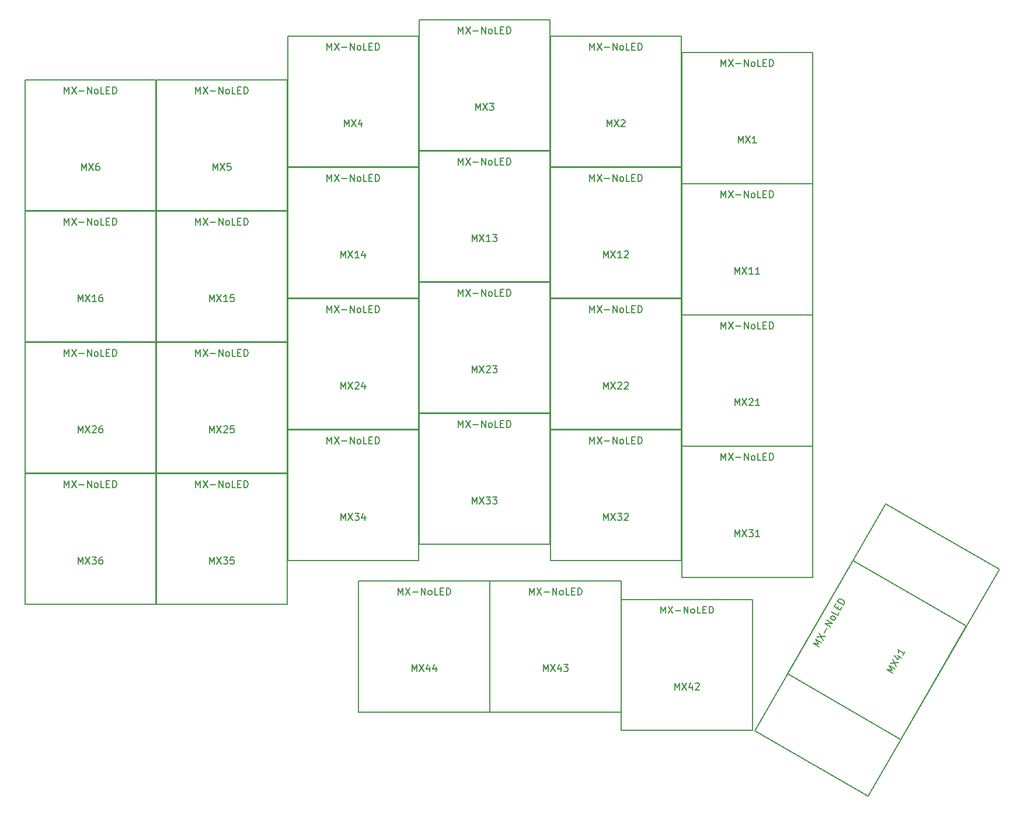
<source format=gbr>
%TF.GenerationSoftware,KiCad,Pcbnew,(5.1.9-0-10_14)*%
%TF.CreationDate,2021-09-05T15:48:43-05:00*%
%TF.ProjectId,wren-plain,7772656e-2d70-46c6-9169-6e2e6b696361,rev?*%
%TF.SameCoordinates,Original*%
%TF.FileFunction,OtherDrawing,Comment*%
%FSLAX46Y46*%
G04 Gerber Fmt 4.6, Leading zero omitted, Abs format (unit mm)*
G04 Created by KiCad (PCBNEW (5.1.9-0-10_14)) date 2021-09-05 15:48:43*
%MOMM*%
%LPD*%
G01*
G04 APERTURE LIST*
%ADD10C,0.150000*%
G04 APERTURE END LIST*
D10*
%TO.C,REF\u002A\u002A*%
X257211241Y-98055267D02*
X238211241Y-130964233D01*
X240756759Y-88555267D02*
X257211241Y-98055267D01*
X221756759Y-121464233D02*
X240756759Y-88555267D01*
X238211241Y-130964233D02*
X221756759Y-121464233D01*
%TO.C,MX6*%
X115912500Y-27012500D02*
X134912500Y-27012500D01*
X115912500Y-46012500D02*
X115912500Y-27012500D01*
X134912500Y-46012500D02*
X115912500Y-46012500D01*
X134912500Y-27012500D02*
X134912500Y-46012500D01*
%TO.C,MX36*%
X115912500Y-84162500D02*
X134912500Y-84162500D01*
X115912500Y-103162500D02*
X115912500Y-84162500D01*
X134912500Y-103162500D02*
X115912500Y-103162500D01*
X134912500Y-84162500D02*
X134912500Y-103162500D01*
%TO.C,MX41*%
X226506759Y-113236991D02*
X236006759Y-96782509D01*
X242961241Y-122736991D02*
X226506759Y-113236991D01*
X252461241Y-106282509D02*
X242961241Y-122736991D01*
X236006759Y-96782509D02*
X252461241Y-106282509D01*
%TO.C,MX15*%
X134962500Y-46062500D02*
X153962500Y-46062500D01*
X134962500Y-65062500D02*
X134962500Y-46062500D01*
X153962500Y-65062500D02*
X134962500Y-65062500D01*
X153962500Y-46062500D02*
X153962500Y-65062500D01*
%TO.C,MX44*%
X164325000Y-99751750D02*
X183325000Y-99751750D01*
X164325000Y-118751750D02*
X164325000Y-99751750D01*
X183325000Y-118751750D02*
X164325000Y-118751750D01*
X183325000Y-99751750D02*
X183325000Y-118751750D01*
%TO.C,MX43*%
X183375000Y-99751750D02*
X202375000Y-99751750D01*
X183375000Y-118751750D02*
X183375000Y-99751750D01*
X202375000Y-118751750D02*
X183375000Y-118751750D01*
X202375000Y-99751750D02*
X202375000Y-118751750D01*
%TO.C,MX42*%
X202425000Y-102418750D02*
X221425000Y-102418750D01*
X202425000Y-121418750D02*
X202425000Y-102418750D01*
X221425000Y-121418750D02*
X202425000Y-121418750D01*
X221425000Y-102418750D02*
X221425000Y-121418750D01*
%TO.C,MX35*%
X134962500Y-84162500D02*
X153962500Y-84162500D01*
X134962500Y-103162500D02*
X134962500Y-84162500D01*
X153962500Y-103162500D02*
X134962500Y-103162500D01*
X153962500Y-84162500D02*
X153962500Y-103162500D01*
%TO.C,MX34*%
X154012500Y-77812500D02*
X173012500Y-77812500D01*
X154012500Y-96812500D02*
X154012500Y-77812500D01*
X173012500Y-96812500D02*
X154012500Y-96812500D01*
X173012500Y-77812500D02*
X173012500Y-96812500D01*
%TO.C,MX33*%
X173062500Y-75431250D02*
X192062500Y-75431250D01*
X173062500Y-94431250D02*
X173062500Y-75431250D01*
X192062500Y-94431250D02*
X173062500Y-94431250D01*
X192062500Y-75431250D02*
X192062500Y-94431250D01*
%TO.C,MX32*%
X192112500Y-77812500D02*
X211112500Y-77812500D01*
X192112500Y-96812500D02*
X192112500Y-77812500D01*
X211112500Y-96812500D02*
X192112500Y-96812500D01*
X211112500Y-77812500D02*
X211112500Y-96812500D01*
%TO.C,MX31*%
X211162500Y-80193750D02*
X230162500Y-80193750D01*
X211162500Y-99193750D02*
X211162500Y-80193750D01*
X230162500Y-99193750D02*
X211162500Y-99193750D01*
X230162500Y-80193750D02*
X230162500Y-99193750D01*
%TO.C,MX26*%
X115912500Y-65112500D02*
X134912500Y-65112500D01*
X115912500Y-84112500D02*
X115912500Y-65112500D01*
X134912500Y-84112500D02*
X115912500Y-84112500D01*
X134912500Y-65112500D02*
X134912500Y-84112500D01*
%TO.C,MX25*%
X134962500Y-65112500D02*
X153962500Y-65112500D01*
X134962500Y-84112500D02*
X134962500Y-65112500D01*
X153962500Y-84112500D02*
X134962500Y-84112500D01*
X153962500Y-65112500D02*
X153962500Y-84112500D01*
%TO.C,MX24*%
X154012500Y-58762500D02*
X173012500Y-58762500D01*
X154012500Y-77762500D02*
X154012500Y-58762500D01*
X173012500Y-77762500D02*
X154012500Y-77762500D01*
X173012500Y-58762500D02*
X173012500Y-77762500D01*
%TO.C,MX23*%
X173062500Y-56381250D02*
X192062500Y-56381250D01*
X173062500Y-75381250D02*
X173062500Y-56381250D01*
X192062500Y-75381250D02*
X173062500Y-75381250D01*
X192062500Y-56381250D02*
X192062500Y-75381250D01*
%TO.C,MX22*%
X192112500Y-58762500D02*
X211112500Y-58762500D01*
X192112500Y-77762500D02*
X192112500Y-58762500D01*
X211112500Y-77762500D02*
X192112500Y-77762500D01*
X211112500Y-58762500D02*
X211112500Y-77762500D01*
%TO.C,MX21*%
X211162500Y-61143750D02*
X230162500Y-61143750D01*
X211162500Y-80143750D02*
X211162500Y-61143750D01*
X230162500Y-80143750D02*
X211162500Y-80143750D01*
X230162500Y-61143750D02*
X230162500Y-80143750D01*
%TO.C,MX16*%
X115912500Y-46062500D02*
X134912500Y-46062500D01*
X115912500Y-65062500D02*
X115912500Y-46062500D01*
X134912500Y-65062500D02*
X115912500Y-65062500D01*
X134912500Y-46062500D02*
X134912500Y-65062500D01*
%TO.C,MX14*%
X154012500Y-39712500D02*
X173012500Y-39712500D01*
X154012500Y-58712500D02*
X154012500Y-39712500D01*
X173012500Y-58712500D02*
X154012500Y-58712500D01*
X173012500Y-39712500D02*
X173012500Y-58712500D01*
%TO.C,MX13*%
X173062500Y-37331250D02*
X192062500Y-37331250D01*
X173062500Y-56331250D02*
X173062500Y-37331250D01*
X192062500Y-56331250D02*
X173062500Y-56331250D01*
X192062500Y-37331250D02*
X192062500Y-56331250D01*
%TO.C,MX12*%
X192112500Y-39712500D02*
X211112500Y-39712500D01*
X192112500Y-58712500D02*
X192112500Y-39712500D01*
X211112500Y-58712500D02*
X192112500Y-58712500D01*
X211112500Y-39712500D02*
X211112500Y-58712500D01*
%TO.C,MX11*%
X211162500Y-42093750D02*
X230162500Y-42093750D01*
X211162500Y-61093750D02*
X211162500Y-42093750D01*
X230162500Y-61093750D02*
X211162500Y-61093750D01*
X230162500Y-42093750D02*
X230162500Y-61093750D01*
%TO.C,MX5*%
X134962500Y-27012500D02*
X153962500Y-27012500D01*
X134962500Y-46012500D02*
X134962500Y-27012500D01*
X153962500Y-46012500D02*
X134962500Y-46012500D01*
X153962500Y-27012500D02*
X153962500Y-46012500D01*
%TO.C,MX4*%
X154012500Y-20662500D02*
X173012500Y-20662500D01*
X154012500Y-39662500D02*
X154012500Y-20662500D01*
X173012500Y-39662500D02*
X154012500Y-39662500D01*
X173012500Y-20662500D02*
X173012500Y-39662500D01*
%TO.C,MX3*%
X173062500Y-18281250D02*
X192062500Y-18281250D01*
X173062500Y-37281250D02*
X173062500Y-18281250D01*
X192062500Y-37281250D02*
X173062500Y-37281250D01*
X192062500Y-18281250D02*
X192062500Y-37281250D01*
%TO.C,MX2*%
X192112500Y-20662500D02*
X211112500Y-20662500D01*
X192112500Y-39662500D02*
X192112500Y-20662500D01*
X211112500Y-39662500D02*
X192112500Y-39662500D01*
X211112500Y-20662500D02*
X211112500Y-39662500D01*
%TO.C,MX1*%
X211162500Y-23043750D02*
X230162500Y-23043750D01*
X211162500Y-42043750D02*
X211162500Y-23043750D01*
X230162500Y-42043750D02*
X211162500Y-42043750D01*
X230162500Y-23043750D02*
X230162500Y-42043750D01*
%TD*%
%TO.C,MX6*%
X124126785Y-40139880D02*
X124126785Y-39139880D01*
X124460119Y-39854166D01*
X124793452Y-39139880D01*
X124793452Y-40139880D01*
X125174404Y-39139880D02*
X125841071Y-40139880D01*
X125841071Y-39139880D02*
X125174404Y-40139880D01*
X126650595Y-39139880D02*
X126460119Y-39139880D01*
X126364880Y-39187500D01*
X126317261Y-39235119D01*
X126222023Y-39377976D01*
X126174404Y-39568452D01*
X126174404Y-39949404D01*
X126222023Y-40044642D01*
X126269642Y-40092261D01*
X126364880Y-40139880D01*
X126555357Y-40139880D01*
X126650595Y-40092261D01*
X126698214Y-40044642D01*
X126745833Y-39949404D01*
X126745833Y-39711309D01*
X126698214Y-39616071D01*
X126650595Y-39568452D01*
X126555357Y-39520833D01*
X126364880Y-39520833D01*
X126269642Y-39568452D01*
X126222023Y-39616071D01*
X126174404Y-39711309D01*
X121650595Y-29027380D02*
X121650595Y-28027380D01*
X121983928Y-28741666D01*
X122317261Y-28027380D01*
X122317261Y-29027380D01*
X122698214Y-28027380D02*
X123364880Y-29027380D01*
X123364880Y-28027380D02*
X122698214Y-29027380D01*
X123745833Y-28646428D02*
X124507738Y-28646428D01*
X124983928Y-29027380D02*
X124983928Y-28027380D01*
X125555357Y-29027380D01*
X125555357Y-28027380D01*
X126174404Y-29027380D02*
X126079166Y-28979761D01*
X126031547Y-28932142D01*
X125983928Y-28836904D01*
X125983928Y-28551190D01*
X126031547Y-28455952D01*
X126079166Y-28408333D01*
X126174404Y-28360714D01*
X126317261Y-28360714D01*
X126412500Y-28408333D01*
X126460119Y-28455952D01*
X126507738Y-28551190D01*
X126507738Y-28836904D01*
X126460119Y-28932142D01*
X126412500Y-28979761D01*
X126317261Y-29027380D01*
X126174404Y-29027380D01*
X127412500Y-29027380D02*
X126936309Y-29027380D01*
X126936309Y-28027380D01*
X127745833Y-28503571D02*
X128079166Y-28503571D01*
X128222023Y-29027380D02*
X127745833Y-29027380D01*
X127745833Y-28027380D01*
X128222023Y-28027380D01*
X128650595Y-29027380D02*
X128650595Y-28027380D01*
X128888690Y-28027380D01*
X129031547Y-28075000D01*
X129126785Y-28170238D01*
X129174404Y-28265476D01*
X129222023Y-28455952D01*
X129222023Y-28598809D01*
X129174404Y-28789285D01*
X129126785Y-28884523D01*
X129031547Y-28979761D01*
X128888690Y-29027380D01*
X128650595Y-29027380D01*
%TO.C,MX36*%
X123650595Y-97289880D02*
X123650595Y-96289880D01*
X123983928Y-97004166D01*
X124317261Y-96289880D01*
X124317261Y-97289880D01*
X124698214Y-96289880D02*
X125364880Y-97289880D01*
X125364880Y-96289880D02*
X124698214Y-97289880D01*
X125650595Y-96289880D02*
X126269642Y-96289880D01*
X125936309Y-96670833D01*
X126079166Y-96670833D01*
X126174404Y-96718452D01*
X126222023Y-96766071D01*
X126269642Y-96861309D01*
X126269642Y-97099404D01*
X126222023Y-97194642D01*
X126174404Y-97242261D01*
X126079166Y-97289880D01*
X125793452Y-97289880D01*
X125698214Y-97242261D01*
X125650595Y-97194642D01*
X127126785Y-96289880D02*
X126936309Y-96289880D01*
X126841071Y-96337500D01*
X126793452Y-96385119D01*
X126698214Y-96527976D01*
X126650595Y-96718452D01*
X126650595Y-97099404D01*
X126698214Y-97194642D01*
X126745833Y-97242261D01*
X126841071Y-97289880D01*
X127031547Y-97289880D01*
X127126785Y-97242261D01*
X127174404Y-97194642D01*
X127222023Y-97099404D01*
X127222023Y-96861309D01*
X127174404Y-96766071D01*
X127126785Y-96718452D01*
X127031547Y-96670833D01*
X126841071Y-96670833D01*
X126745833Y-96718452D01*
X126698214Y-96766071D01*
X126650595Y-96861309D01*
X121650595Y-86177380D02*
X121650595Y-85177380D01*
X121983928Y-85891666D01*
X122317261Y-85177380D01*
X122317261Y-86177380D01*
X122698214Y-85177380D02*
X123364880Y-86177380D01*
X123364880Y-85177380D02*
X122698214Y-86177380D01*
X123745833Y-85796428D02*
X124507738Y-85796428D01*
X124983928Y-86177380D02*
X124983928Y-85177380D01*
X125555357Y-86177380D01*
X125555357Y-85177380D01*
X126174404Y-86177380D02*
X126079166Y-86129761D01*
X126031547Y-86082142D01*
X125983928Y-85986904D01*
X125983928Y-85701190D01*
X126031547Y-85605952D01*
X126079166Y-85558333D01*
X126174404Y-85510714D01*
X126317261Y-85510714D01*
X126412500Y-85558333D01*
X126460119Y-85605952D01*
X126507738Y-85701190D01*
X126507738Y-85986904D01*
X126460119Y-86082142D01*
X126412500Y-86129761D01*
X126317261Y-86177380D01*
X126174404Y-86177380D01*
X127412500Y-86177380D02*
X126936309Y-86177380D01*
X126936309Y-85177380D01*
X127745833Y-85653571D02*
X128079166Y-85653571D01*
X128222023Y-86177380D02*
X127745833Y-86177380D01*
X127745833Y-85177380D01*
X128222023Y-85177380D01*
X128650595Y-86177380D02*
X128650595Y-85177380D01*
X128888690Y-85177380D01*
X129031547Y-85225000D01*
X129126785Y-85320238D01*
X129174404Y-85415476D01*
X129222023Y-85605952D01*
X129222023Y-85748809D01*
X129174404Y-85939285D01*
X129126785Y-86034523D01*
X129031547Y-86129761D01*
X128888690Y-86177380D01*
X128650595Y-86177380D01*
%TO.C,MX41*%
X241744452Y-113099294D02*
X240878426Y-112599294D01*
X241663682Y-112667762D01*
X241211759Y-112021944D01*
X242077785Y-112521944D01*
X241402236Y-111692030D02*
X242601594Y-111614679D01*
X241735569Y-111114679D02*
X242268261Y-112192030D01*
X242429006Y-110580278D02*
X243006356Y-110913611D01*
X241980044Y-110595998D02*
X242479586Y-111159337D01*
X242789110Y-110623227D01*
X243530166Y-110006346D02*
X243244452Y-110501218D01*
X243387309Y-110253782D02*
X242521283Y-109753782D01*
X242597382Y-109907689D01*
X242632242Y-110037787D01*
X242625862Y-110144075D01*
X231120744Y-109275095D02*
X230254718Y-108775095D01*
X231039974Y-108843563D01*
X230588051Y-108197745D01*
X231454077Y-108697745D01*
X230778528Y-107867830D02*
X231977886Y-107790480D01*
X231111861Y-107290480D02*
X231644553Y-108367830D01*
X231838448Y-107270089D02*
X232219401Y-106610261D01*
X232787410Y-106388344D02*
X231921385Y-105888344D01*
X233073124Y-105893472D01*
X232207099Y-105393472D01*
X233382648Y-105357361D02*
X233293790Y-105416030D01*
X233228741Y-105433460D01*
X233122453Y-105427080D01*
X232875017Y-105284223D01*
X232816348Y-105195365D01*
X232798918Y-105130316D01*
X232805298Y-105024028D01*
X232876727Y-104900310D01*
X232965585Y-104841641D01*
X233030634Y-104824211D01*
X233136922Y-104830591D01*
X233384358Y-104973448D01*
X233443027Y-105062306D01*
X233460457Y-105127355D01*
X233454077Y-105233643D01*
X233382648Y-105357361D01*
X234001696Y-104285139D02*
X233763601Y-104697532D01*
X232897575Y-104197532D01*
X233714730Y-103734559D02*
X233881397Y-103445884D01*
X234406458Y-103584071D02*
X234168363Y-103996464D01*
X233302337Y-103496464D01*
X233540432Y-103084071D01*
X234620744Y-103212917D02*
X233754718Y-102712917D01*
X233873766Y-102506721D01*
X233986434Y-102406812D01*
X234116531Y-102371953D01*
X234222819Y-102378333D01*
X234411586Y-102432331D01*
X234535304Y-102503760D01*
X234676452Y-102640237D01*
X234735121Y-102729096D01*
X234769980Y-102859193D01*
X234739791Y-103006721D01*
X234620744Y-103212917D01*
%TO.C,MX15*%
X142700595Y-59189880D02*
X142700595Y-58189880D01*
X143033928Y-58904166D01*
X143367261Y-58189880D01*
X143367261Y-59189880D01*
X143748214Y-58189880D02*
X144414880Y-59189880D01*
X144414880Y-58189880D02*
X143748214Y-59189880D01*
X145319642Y-59189880D02*
X144748214Y-59189880D01*
X145033928Y-59189880D02*
X145033928Y-58189880D01*
X144938690Y-58332738D01*
X144843452Y-58427976D01*
X144748214Y-58475595D01*
X146224404Y-58189880D02*
X145748214Y-58189880D01*
X145700595Y-58666071D01*
X145748214Y-58618452D01*
X145843452Y-58570833D01*
X146081547Y-58570833D01*
X146176785Y-58618452D01*
X146224404Y-58666071D01*
X146272023Y-58761309D01*
X146272023Y-58999404D01*
X146224404Y-59094642D01*
X146176785Y-59142261D01*
X146081547Y-59189880D01*
X145843452Y-59189880D01*
X145748214Y-59142261D01*
X145700595Y-59094642D01*
X140700595Y-48077380D02*
X140700595Y-47077380D01*
X141033928Y-47791666D01*
X141367261Y-47077380D01*
X141367261Y-48077380D01*
X141748214Y-47077380D02*
X142414880Y-48077380D01*
X142414880Y-47077380D02*
X141748214Y-48077380D01*
X142795833Y-47696428D02*
X143557738Y-47696428D01*
X144033928Y-48077380D02*
X144033928Y-47077380D01*
X144605357Y-48077380D01*
X144605357Y-47077380D01*
X145224404Y-48077380D02*
X145129166Y-48029761D01*
X145081547Y-47982142D01*
X145033928Y-47886904D01*
X145033928Y-47601190D01*
X145081547Y-47505952D01*
X145129166Y-47458333D01*
X145224404Y-47410714D01*
X145367261Y-47410714D01*
X145462500Y-47458333D01*
X145510119Y-47505952D01*
X145557738Y-47601190D01*
X145557738Y-47886904D01*
X145510119Y-47982142D01*
X145462500Y-48029761D01*
X145367261Y-48077380D01*
X145224404Y-48077380D01*
X146462500Y-48077380D02*
X145986309Y-48077380D01*
X145986309Y-47077380D01*
X146795833Y-47553571D02*
X147129166Y-47553571D01*
X147272023Y-48077380D02*
X146795833Y-48077380D01*
X146795833Y-47077380D01*
X147272023Y-47077380D01*
X147700595Y-48077380D02*
X147700595Y-47077380D01*
X147938690Y-47077380D01*
X148081547Y-47125000D01*
X148176785Y-47220238D01*
X148224404Y-47315476D01*
X148272023Y-47505952D01*
X148272023Y-47648809D01*
X148224404Y-47839285D01*
X148176785Y-47934523D01*
X148081547Y-48029761D01*
X147938690Y-48077380D01*
X147700595Y-48077380D01*
%TO.C,MX44*%
X172063095Y-112879130D02*
X172063095Y-111879130D01*
X172396428Y-112593416D01*
X172729761Y-111879130D01*
X172729761Y-112879130D01*
X173110714Y-111879130D02*
X173777380Y-112879130D01*
X173777380Y-111879130D02*
X173110714Y-112879130D01*
X174586904Y-112212464D02*
X174586904Y-112879130D01*
X174348809Y-111831511D02*
X174110714Y-112545797D01*
X174729761Y-112545797D01*
X175539285Y-112212464D02*
X175539285Y-112879130D01*
X175301190Y-111831511D02*
X175063095Y-112545797D01*
X175682142Y-112545797D01*
X170063095Y-101766630D02*
X170063095Y-100766630D01*
X170396428Y-101480916D01*
X170729761Y-100766630D01*
X170729761Y-101766630D01*
X171110714Y-100766630D02*
X171777380Y-101766630D01*
X171777380Y-100766630D02*
X171110714Y-101766630D01*
X172158333Y-101385678D02*
X172920238Y-101385678D01*
X173396428Y-101766630D02*
X173396428Y-100766630D01*
X173967857Y-101766630D01*
X173967857Y-100766630D01*
X174586904Y-101766630D02*
X174491666Y-101719011D01*
X174444047Y-101671392D01*
X174396428Y-101576154D01*
X174396428Y-101290440D01*
X174444047Y-101195202D01*
X174491666Y-101147583D01*
X174586904Y-101099964D01*
X174729761Y-101099964D01*
X174825000Y-101147583D01*
X174872619Y-101195202D01*
X174920238Y-101290440D01*
X174920238Y-101576154D01*
X174872619Y-101671392D01*
X174825000Y-101719011D01*
X174729761Y-101766630D01*
X174586904Y-101766630D01*
X175825000Y-101766630D02*
X175348809Y-101766630D01*
X175348809Y-100766630D01*
X176158333Y-101242821D02*
X176491666Y-101242821D01*
X176634523Y-101766630D02*
X176158333Y-101766630D01*
X176158333Y-100766630D01*
X176634523Y-100766630D01*
X177063095Y-101766630D02*
X177063095Y-100766630D01*
X177301190Y-100766630D01*
X177444047Y-100814250D01*
X177539285Y-100909488D01*
X177586904Y-101004726D01*
X177634523Y-101195202D01*
X177634523Y-101338059D01*
X177586904Y-101528535D01*
X177539285Y-101623773D01*
X177444047Y-101719011D01*
X177301190Y-101766630D01*
X177063095Y-101766630D01*
%TO.C,MX43*%
X191113095Y-112879130D02*
X191113095Y-111879130D01*
X191446428Y-112593416D01*
X191779761Y-111879130D01*
X191779761Y-112879130D01*
X192160714Y-111879130D02*
X192827380Y-112879130D01*
X192827380Y-111879130D02*
X192160714Y-112879130D01*
X193636904Y-112212464D02*
X193636904Y-112879130D01*
X193398809Y-111831511D02*
X193160714Y-112545797D01*
X193779761Y-112545797D01*
X194065476Y-111879130D02*
X194684523Y-111879130D01*
X194351190Y-112260083D01*
X194494047Y-112260083D01*
X194589285Y-112307702D01*
X194636904Y-112355321D01*
X194684523Y-112450559D01*
X194684523Y-112688654D01*
X194636904Y-112783892D01*
X194589285Y-112831511D01*
X194494047Y-112879130D01*
X194208333Y-112879130D01*
X194113095Y-112831511D01*
X194065476Y-112783892D01*
X189113095Y-101766630D02*
X189113095Y-100766630D01*
X189446428Y-101480916D01*
X189779761Y-100766630D01*
X189779761Y-101766630D01*
X190160714Y-100766630D02*
X190827380Y-101766630D01*
X190827380Y-100766630D02*
X190160714Y-101766630D01*
X191208333Y-101385678D02*
X191970238Y-101385678D01*
X192446428Y-101766630D02*
X192446428Y-100766630D01*
X193017857Y-101766630D01*
X193017857Y-100766630D01*
X193636904Y-101766630D02*
X193541666Y-101719011D01*
X193494047Y-101671392D01*
X193446428Y-101576154D01*
X193446428Y-101290440D01*
X193494047Y-101195202D01*
X193541666Y-101147583D01*
X193636904Y-101099964D01*
X193779761Y-101099964D01*
X193875000Y-101147583D01*
X193922619Y-101195202D01*
X193970238Y-101290440D01*
X193970238Y-101576154D01*
X193922619Y-101671392D01*
X193875000Y-101719011D01*
X193779761Y-101766630D01*
X193636904Y-101766630D01*
X194875000Y-101766630D02*
X194398809Y-101766630D01*
X194398809Y-100766630D01*
X195208333Y-101242821D02*
X195541666Y-101242821D01*
X195684523Y-101766630D02*
X195208333Y-101766630D01*
X195208333Y-100766630D01*
X195684523Y-100766630D01*
X196113095Y-101766630D02*
X196113095Y-100766630D01*
X196351190Y-100766630D01*
X196494047Y-100814250D01*
X196589285Y-100909488D01*
X196636904Y-101004726D01*
X196684523Y-101195202D01*
X196684523Y-101338059D01*
X196636904Y-101528535D01*
X196589285Y-101623773D01*
X196494047Y-101719011D01*
X196351190Y-101766630D01*
X196113095Y-101766630D01*
%TO.C,MX42*%
X210163095Y-115546130D02*
X210163095Y-114546130D01*
X210496428Y-115260416D01*
X210829761Y-114546130D01*
X210829761Y-115546130D01*
X211210714Y-114546130D02*
X211877380Y-115546130D01*
X211877380Y-114546130D02*
X211210714Y-115546130D01*
X212686904Y-114879464D02*
X212686904Y-115546130D01*
X212448809Y-114498511D02*
X212210714Y-115212797D01*
X212829761Y-115212797D01*
X213163095Y-114641369D02*
X213210714Y-114593750D01*
X213305952Y-114546130D01*
X213544047Y-114546130D01*
X213639285Y-114593750D01*
X213686904Y-114641369D01*
X213734523Y-114736607D01*
X213734523Y-114831845D01*
X213686904Y-114974702D01*
X213115476Y-115546130D01*
X213734523Y-115546130D01*
X208163095Y-104433630D02*
X208163095Y-103433630D01*
X208496428Y-104147916D01*
X208829761Y-103433630D01*
X208829761Y-104433630D01*
X209210714Y-103433630D02*
X209877380Y-104433630D01*
X209877380Y-103433630D02*
X209210714Y-104433630D01*
X210258333Y-104052678D02*
X211020238Y-104052678D01*
X211496428Y-104433630D02*
X211496428Y-103433630D01*
X212067857Y-104433630D01*
X212067857Y-103433630D01*
X212686904Y-104433630D02*
X212591666Y-104386011D01*
X212544047Y-104338392D01*
X212496428Y-104243154D01*
X212496428Y-103957440D01*
X212544047Y-103862202D01*
X212591666Y-103814583D01*
X212686904Y-103766964D01*
X212829761Y-103766964D01*
X212925000Y-103814583D01*
X212972619Y-103862202D01*
X213020238Y-103957440D01*
X213020238Y-104243154D01*
X212972619Y-104338392D01*
X212925000Y-104386011D01*
X212829761Y-104433630D01*
X212686904Y-104433630D01*
X213925000Y-104433630D02*
X213448809Y-104433630D01*
X213448809Y-103433630D01*
X214258333Y-103909821D02*
X214591666Y-103909821D01*
X214734523Y-104433630D02*
X214258333Y-104433630D01*
X214258333Y-103433630D01*
X214734523Y-103433630D01*
X215163095Y-104433630D02*
X215163095Y-103433630D01*
X215401190Y-103433630D01*
X215544047Y-103481250D01*
X215639285Y-103576488D01*
X215686904Y-103671726D01*
X215734523Y-103862202D01*
X215734523Y-104005059D01*
X215686904Y-104195535D01*
X215639285Y-104290773D01*
X215544047Y-104386011D01*
X215401190Y-104433630D01*
X215163095Y-104433630D01*
%TO.C,MX35*%
X142700595Y-97289880D02*
X142700595Y-96289880D01*
X143033928Y-97004166D01*
X143367261Y-96289880D01*
X143367261Y-97289880D01*
X143748214Y-96289880D02*
X144414880Y-97289880D01*
X144414880Y-96289880D02*
X143748214Y-97289880D01*
X144700595Y-96289880D02*
X145319642Y-96289880D01*
X144986309Y-96670833D01*
X145129166Y-96670833D01*
X145224404Y-96718452D01*
X145272023Y-96766071D01*
X145319642Y-96861309D01*
X145319642Y-97099404D01*
X145272023Y-97194642D01*
X145224404Y-97242261D01*
X145129166Y-97289880D01*
X144843452Y-97289880D01*
X144748214Y-97242261D01*
X144700595Y-97194642D01*
X146224404Y-96289880D02*
X145748214Y-96289880D01*
X145700595Y-96766071D01*
X145748214Y-96718452D01*
X145843452Y-96670833D01*
X146081547Y-96670833D01*
X146176785Y-96718452D01*
X146224404Y-96766071D01*
X146272023Y-96861309D01*
X146272023Y-97099404D01*
X146224404Y-97194642D01*
X146176785Y-97242261D01*
X146081547Y-97289880D01*
X145843452Y-97289880D01*
X145748214Y-97242261D01*
X145700595Y-97194642D01*
X140700595Y-86177380D02*
X140700595Y-85177380D01*
X141033928Y-85891666D01*
X141367261Y-85177380D01*
X141367261Y-86177380D01*
X141748214Y-85177380D02*
X142414880Y-86177380D01*
X142414880Y-85177380D02*
X141748214Y-86177380D01*
X142795833Y-85796428D02*
X143557738Y-85796428D01*
X144033928Y-86177380D02*
X144033928Y-85177380D01*
X144605357Y-86177380D01*
X144605357Y-85177380D01*
X145224404Y-86177380D02*
X145129166Y-86129761D01*
X145081547Y-86082142D01*
X145033928Y-85986904D01*
X145033928Y-85701190D01*
X145081547Y-85605952D01*
X145129166Y-85558333D01*
X145224404Y-85510714D01*
X145367261Y-85510714D01*
X145462500Y-85558333D01*
X145510119Y-85605952D01*
X145557738Y-85701190D01*
X145557738Y-85986904D01*
X145510119Y-86082142D01*
X145462500Y-86129761D01*
X145367261Y-86177380D01*
X145224404Y-86177380D01*
X146462500Y-86177380D02*
X145986309Y-86177380D01*
X145986309Y-85177380D01*
X146795833Y-85653571D02*
X147129166Y-85653571D01*
X147272023Y-86177380D02*
X146795833Y-86177380D01*
X146795833Y-85177380D01*
X147272023Y-85177380D01*
X147700595Y-86177380D02*
X147700595Y-85177380D01*
X147938690Y-85177380D01*
X148081547Y-85225000D01*
X148176785Y-85320238D01*
X148224404Y-85415476D01*
X148272023Y-85605952D01*
X148272023Y-85748809D01*
X148224404Y-85939285D01*
X148176785Y-86034523D01*
X148081547Y-86129761D01*
X147938690Y-86177380D01*
X147700595Y-86177380D01*
%TO.C,MX34*%
X161750595Y-90939880D02*
X161750595Y-89939880D01*
X162083928Y-90654166D01*
X162417261Y-89939880D01*
X162417261Y-90939880D01*
X162798214Y-89939880D02*
X163464880Y-90939880D01*
X163464880Y-89939880D02*
X162798214Y-90939880D01*
X163750595Y-89939880D02*
X164369642Y-89939880D01*
X164036309Y-90320833D01*
X164179166Y-90320833D01*
X164274404Y-90368452D01*
X164322023Y-90416071D01*
X164369642Y-90511309D01*
X164369642Y-90749404D01*
X164322023Y-90844642D01*
X164274404Y-90892261D01*
X164179166Y-90939880D01*
X163893452Y-90939880D01*
X163798214Y-90892261D01*
X163750595Y-90844642D01*
X165226785Y-90273214D02*
X165226785Y-90939880D01*
X164988690Y-89892261D02*
X164750595Y-90606547D01*
X165369642Y-90606547D01*
X159750595Y-79827380D02*
X159750595Y-78827380D01*
X160083928Y-79541666D01*
X160417261Y-78827380D01*
X160417261Y-79827380D01*
X160798214Y-78827380D02*
X161464880Y-79827380D01*
X161464880Y-78827380D02*
X160798214Y-79827380D01*
X161845833Y-79446428D02*
X162607738Y-79446428D01*
X163083928Y-79827380D02*
X163083928Y-78827380D01*
X163655357Y-79827380D01*
X163655357Y-78827380D01*
X164274404Y-79827380D02*
X164179166Y-79779761D01*
X164131547Y-79732142D01*
X164083928Y-79636904D01*
X164083928Y-79351190D01*
X164131547Y-79255952D01*
X164179166Y-79208333D01*
X164274404Y-79160714D01*
X164417261Y-79160714D01*
X164512500Y-79208333D01*
X164560119Y-79255952D01*
X164607738Y-79351190D01*
X164607738Y-79636904D01*
X164560119Y-79732142D01*
X164512500Y-79779761D01*
X164417261Y-79827380D01*
X164274404Y-79827380D01*
X165512500Y-79827380D02*
X165036309Y-79827380D01*
X165036309Y-78827380D01*
X165845833Y-79303571D02*
X166179166Y-79303571D01*
X166322023Y-79827380D02*
X165845833Y-79827380D01*
X165845833Y-78827380D01*
X166322023Y-78827380D01*
X166750595Y-79827380D02*
X166750595Y-78827380D01*
X166988690Y-78827380D01*
X167131547Y-78875000D01*
X167226785Y-78970238D01*
X167274404Y-79065476D01*
X167322023Y-79255952D01*
X167322023Y-79398809D01*
X167274404Y-79589285D01*
X167226785Y-79684523D01*
X167131547Y-79779761D01*
X166988690Y-79827380D01*
X166750595Y-79827380D01*
%TO.C,MX33*%
X180800595Y-88558630D02*
X180800595Y-87558630D01*
X181133928Y-88272916D01*
X181467261Y-87558630D01*
X181467261Y-88558630D01*
X181848214Y-87558630D02*
X182514880Y-88558630D01*
X182514880Y-87558630D02*
X181848214Y-88558630D01*
X182800595Y-87558630D02*
X183419642Y-87558630D01*
X183086309Y-87939583D01*
X183229166Y-87939583D01*
X183324404Y-87987202D01*
X183372023Y-88034821D01*
X183419642Y-88130059D01*
X183419642Y-88368154D01*
X183372023Y-88463392D01*
X183324404Y-88511011D01*
X183229166Y-88558630D01*
X182943452Y-88558630D01*
X182848214Y-88511011D01*
X182800595Y-88463392D01*
X183752976Y-87558630D02*
X184372023Y-87558630D01*
X184038690Y-87939583D01*
X184181547Y-87939583D01*
X184276785Y-87987202D01*
X184324404Y-88034821D01*
X184372023Y-88130059D01*
X184372023Y-88368154D01*
X184324404Y-88463392D01*
X184276785Y-88511011D01*
X184181547Y-88558630D01*
X183895833Y-88558630D01*
X183800595Y-88511011D01*
X183752976Y-88463392D01*
X178800595Y-77446130D02*
X178800595Y-76446130D01*
X179133928Y-77160416D01*
X179467261Y-76446130D01*
X179467261Y-77446130D01*
X179848214Y-76446130D02*
X180514880Y-77446130D01*
X180514880Y-76446130D02*
X179848214Y-77446130D01*
X180895833Y-77065178D02*
X181657738Y-77065178D01*
X182133928Y-77446130D02*
X182133928Y-76446130D01*
X182705357Y-77446130D01*
X182705357Y-76446130D01*
X183324404Y-77446130D02*
X183229166Y-77398511D01*
X183181547Y-77350892D01*
X183133928Y-77255654D01*
X183133928Y-76969940D01*
X183181547Y-76874702D01*
X183229166Y-76827083D01*
X183324404Y-76779464D01*
X183467261Y-76779464D01*
X183562500Y-76827083D01*
X183610119Y-76874702D01*
X183657738Y-76969940D01*
X183657738Y-77255654D01*
X183610119Y-77350892D01*
X183562500Y-77398511D01*
X183467261Y-77446130D01*
X183324404Y-77446130D01*
X184562500Y-77446130D02*
X184086309Y-77446130D01*
X184086309Y-76446130D01*
X184895833Y-76922321D02*
X185229166Y-76922321D01*
X185372023Y-77446130D02*
X184895833Y-77446130D01*
X184895833Y-76446130D01*
X185372023Y-76446130D01*
X185800595Y-77446130D02*
X185800595Y-76446130D01*
X186038690Y-76446130D01*
X186181547Y-76493750D01*
X186276785Y-76588988D01*
X186324404Y-76684226D01*
X186372023Y-76874702D01*
X186372023Y-77017559D01*
X186324404Y-77208035D01*
X186276785Y-77303273D01*
X186181547Y-77398511D01*
X186038690Y-77446130D01*
X185800595Y-77446130D01*
%TO.C,MX32*%
X199850595Y-90939880D02*
X199850595Y-89939880D01*
X200183928Y-90654166D01*
X200517261Y-89939880D01*
X200517261Y-90939880D01*
X200898214Y-89939880D02*
X201564880Y-90939880D01*
X201564880Y-89939880D02*
X200898214Y-90939880D01*
X201850595Y-89939880D02*
X202469642Y-89939880D01*
X202136309Y-90320833D01*
X202279166Y-90320833D01*
X202374404Y-90368452D01*
X202422023Y-90416071D01*
X202469642Y-90511309D01*
X202469642Y-90749404D01*
X202422023Y-90844642D01*
X202374404Y-90892261D01*
X202279166Y-90939880D01*
X201993452Y-90939880D01*
X201898214Y-90892261D01*
X201850595Y-90844642D01*
X202850595Y-90035119D02*
X202898214Y-89987500D01*
X202993452Y-89939880D01*
X203231547Y-89939880D01*
X203326785Y-89987500D01*
X203374404Y-90035119D01*
X203422023Y-90130357D01*
X203422023Y-90225595D01*
X203374404Y-90368452D01*
X202802976Y-90939880D01*
X203422023Y-90939880D01*
X197850595Y-79827380D02*
X197850595Y-78827380D01*
X198183928Y-79541666D01*
X198517261Y-78827380D01*
X198517261Y-79827380D01*
X198898214Y-78827380D02*
X199564880Y-79827380D01*
X199564880Y-78827380D02*
X198898214Y-79827380D01*
X199945833Y-79446428D02*
X200707738Y-79446428D01*
X201183928Y-79827380D02*
X201183928Y-78827380D01*
X201755357Y-79827380D01*
X201755357Y-78827380D01*
X202374404Y-79827380D02*
X202279166Y-79779761D01*
X202231547Y-79732142D01*
X202183928Y-79636904D01*
X202183928Y-79351190D01*
X202231547Y-79255952D01*
X202279166Y-79208333D01*
X202374404Y-79160714D01*
X202517261Y-79160714D01*
X202612500Y-79208333D01*
X202660119Y-79255952D01*
X202707738Y-79351190D01*
X202707738Y-79636904D01*
X202660119Y-79732142D01*
X202612500Y-79779761D01*
X202517261Y-79827380D01*
X202374404Y-79827380D01*
X203612500Y-79827380D02*
X203136309Y-79827380D01*
X203136309Y-78827380D01*
X203945833Y-79303571D02*
X204279166Y-79303571D01*
X204422023Y-79827380D02*
X203945833Y-79827380D01*
X203945833Y-78827380D01*
X204422023Y-78827380D01*
X204850595Y-79827380D02*
X204850595Y-78827380D01*
X205088690Y-78827380D01*
X205231547Y-78875000D01*
X205326785Y-78970238D01*
X205374404Y-79065476D01*
X205422023Y-79255952D01*
X205422023Y-79398809D01*
X205374404Y-79589285D01*
X205326785Y-79684523D01*
X205231547Y-79779761D01*
X205088690Y-79827380D01*
X204850595Y-79827380D01*
%TO.C,MX31*%
X218900595Y-93321130D02*
X218900595Y-92321130D01*
X219233928Y-93035416D01*
X219567261Y-92321130D01*
X219567261Y-93321130D01*
X219948214Y-92321130D02*
X220614880Y-93321130D01*
X220614880Y-92321130D02*
X219948214Y-93321130D01*
X220900595Y-92321130D02*
X221519642Y-92321130D01*
X221186309Y-92702083D01*
X221329166Y-92702083D01*
X221424404Y-92749702D01*
X221472023Y-92797321D01*
X221519642Y-92892559D01*
X221519642Y-93130654D01*
X221472023Y-93225892D01*
X221424404Y-93273511D01*
X221329166Y-93321130D01*
X221043452Y-93321130D01*
X220948214Y-93273511D01*
X220900595Y-93225892D01*
X222472023Y-93321130D02*
X221900595Y-93321130D01*
X222186309Y-93321130D02*
X222186309Y-92321130D01*
X222091071Y-92463988D01*
X221995833Y-92559226D01*
X221900595Y-92606845D01*
X216900595Y-82208630D02*
X216900595Y-81208630D01*
X217233928Y-81922916D01*
X217567261Y-81208630D01*
X217567261Y-82208630D01*
X217948214Y-81208630D02*
X218614880Y-82208630D01*
X218614880Y-81208630D02*
X217948214Y-82208630D01*
X218995833Y-81827678D02*
X219757738Y-81827678D01*
X220233928Y-82208630D02*
X220233928Y-81208630D01*
X220805357Y-82208630D01*
X220805357Y-81208630D01*
X221424404Y-82208630D02*
X221329166Y-82161011D01*
X221281547Y-82113392D01*
X221233928Y-82018154D01*
X221233928Y-81732440D01*
X221281547Y-81637202D01*
X221329166Y-81589583D01*
X221424404Y-81541964D01*
X221567261Y-81541964D01*
X221662500Y-81589583D01*
X221710119Y-81637202D01*
X221757738Y-81732440D01*
X221757738Y-82018154D01*
X221710119Y-82113392D01*
X221662500Y-82161011D01*
X221567261Y-82208630D01*
X221424404Y-82208630D01*
X222662500Y-82208630D02*
X222186309Y-82208630D01*
X222186309Y-81208630D01*
X222995833Y-81684821D02*
X223329166Y-81684821D01*
X223472023Y-82208630D02*
X222995833Y-82208630D01*
X222995833Y-81208630D01*
X223472023Y-81208630D01*
X223900595Y-82208630D02*
X223900595Y-81208630D01*
X224138690Y-81208630D01*
X224281547Y-81256250D01*
X224376785Y-81351488D01*
X224424404Y-81446726D01*
X224472023Y-81637202D01*
X224472023Y-81780059D01*
X224424404Y-81970535D01*
X224376785Y-82065773D01*
X224281547Y-82161011D01*
X224138690Y-82208630D01*
X223900595Y-82208630D01*
%TO.C,MX26*%
X123650595Y-78239880D02*
X123650595Y-77239880D01*
X123983928Y-77954166D01*
X124317261Y-77239880D01*
X124317261Y-78239880D01*
X124698214Y-77239880D02*
X125364880Y-78239880D01*
X125364880Y-77239880D02*
X124698214Y-78239880D01*
X125698214Y-77335119D02*
X125745833Y-77287500D01*
X125841071Y-77239880D01*
X126079166Y-77239880D01*
X126174404Y-77287500D01*
X126222023Y-77335119D01*
X126269642Y-77430357D01*
X126269642Y-77525595D01*
X126222023Y-77668452D01*
X125650595Y-78239880D01*
X126269642Y-78239880D01*
X127126785Y-77239880D02*
X126936309Y-77239880D01*
X126841071Y-77287500D01*
X126793452Y-77335119D01*
X126698214Y-77477976D01*
X126650595Y-77668452D01*
X126650595Y-78049404D01*
X126698214Y-78144642D01*
X126745833Y-78192261D01*
X126841071Y-78239880D01*
X127031547Y-78239880D01*
X127126785Y-78192261D01*
X127174404Y-78144642D01*
X127222023Y-78049404D01*
X127222023Y-77811309D01*
X127174404Y-77716071D01*
X127126785Y-77668452D01*
X127031547Y-77620833D01*
X126841071Y-77620833D01*
X126745833Y-77668452D01*
X126698214Y-77716071D01*
X126650595Y-77811309D01*
X121650595Y-67127380D02*
X121650595Y-66127380D01*
X121983928Y-66841666D01*
X122317261Y-66127380D01*
X122317261Y-67127380D01*
X122698214Y-66127380D02*
X123364880Y-67127380D01*
X123364880Y-66127380D02*
X122698214Y-67127380D01*
X123745833Y-66746428D02*
X124507738Y-66746428D01*
X124983928Y-67127380D02*
X124983928Y-66127380D01*
X125555357Y-67127380D01*
X125555357Y-66127380D01*
X126174404Y-67127380D02*
X126079166Y-67079761D01*
X126031547Y-67032142D01*
X125983928Y-66936904D01*
X125983928Y-66651190D01*
X126031547Y-66555952D01*
X126079166Y-66508333D01*
X126174404Y-66460714D01*
X126317261Y-66460714D01*
X126412500Y-66508333D01*
X126460119Y-66555952D01*
X126507738Y-66651190D01*
X126507738Y-66936904D01*
X126460119Y-67032142D01*
X126412500Y-67079761D01*
X126317261Y-67127380D01*
X126174404Y-67127380D01*
X127412500Y-67127380D02*
X126936309Y-67127380D01*
X126936309Y-66127380D01*
X127745833Y-66603571D02*
X128079166Y-66603571D01*
X128222023Y-67127380D02*
X127745833Y-67127380D01*
X127745833Y-66127380D01*
X128222023Y-66127380D01*
X128650595Y-67127380D02*
X128650595Y-66127380D01*
X128888690Y-66127380D01*
X129031547Y-66175000D01*
X129126785Y-66270238D01*
X129174404Y-66365476D01*
X129222023Y-66555952D01*
X129222023Y-66698809D01*
X129174404Y-66889285D01*
X129126785Y-66984523D01*
X129031547Y-67079761D01*
X128888690Y-67127380D01*
X128650595Y-67127380D01*
%TO.C,MX25*%
X142700595Y-78239880D02*
X142700595Y-77239880D01*
X143033928Y-77954166D01*
X143367261Y-77239880D01*
X143367261Y-78239880D01*
X143748214Y-77239880D02*
X144414880Y-78239880D01*
X144414880Y-77239880D02*
X143748214Y-78239880D01*
X144748214Y-77335119D02*
X144795833Y-77287500D01*
X144891071Y-77239880D01*
X145129166Y-77239880D01*
X145224404Y-77287500D01*
X145272023Y-77335119D01*
X145319642Y-77430357D01*
X145319642Y-77525595D01*
X145272023Y-77668452D01*
X144700595Y-78239880D01*
X145319642Y-78239880D01*
X146224404Y-77239880D02*
X145748214Y-77239880D01*
X145700595Y-77716071D01*
X145748214Y-77668452D01*
X145843452Y-77620833D01*
X146081547Y-77620833D01*
X146176785Y-77668452D01*
X146224404Y-77716071D01*
X146272023Y-77811309D01*
X146272023Y-78049404D01*
X146224404Y-78144642D01*
X146176785Y-78192261D01*
X146081547Y-78239880D01*
X145843452Y-78239880D01*
X145748214Y-78192261D01*
X145700595Y-78144642D01*
X140700595Y-67127380D02*
X140700595Y-66127380D01*
X141033928Y-66841666D01*
X141367261Y-66127380D01*
X141367261Y-67127380D01*
X141748214Y-66127380D02*
X142414880Y-67127380D01*
X142414880Y-66127380D02*
X141748214Y-67127380D01*
X142795833Y-66746428D02*
X143557738Y-66746428D01*
X144033928Y-67127380D02*
X144033928Y-66127380D01*
X144605357Y-67127380D01*
X144605357Y-66127380D01*
X145224404Y-67127380D02*
X145129166Y-67079761D01*
X145081547Y-67032142D01*
X145033928Y-66936904D01*
X145033928Y-66651190D01*
X145081547Y-66555952D01*
X145129166Y-66508333D01*
X145224404Y-66460714D01*
X145367261Y-66460714D01*
X145462500Y-66508333D01*
X145510119Y-66555952D01*
X145557738Y-66651190D01*
X145557738Y-66936904D01*
X145510119Y-67032142D01*
X145462500Y-67079761D01*
X145367261Y-67127380D01*
X145224404Y-67127380D01*
X146462500Y-67127380D02*
X145986309Y-67127380D01*
X145986309Y-66127380D01*
X146795833Y-66603571D02*
X147129166Y-66603571D01*
X147272023Y-67127380D02*
X146795833Y-67127380D01*
X146795833Y-66127380D01*
X147272023Y-66127380D01*
X147700595Y-67127380D02*
X147700595Y-66127380D01*
X147938690Y-66127380D01*
X148081547Y-66175000D01*
X148176785Y-66270238D01*
X148224404Y-66365476D01*
X148272023Y-66555952D01*
X148272023Y-66698809D01*
X148224404Y-66889285D01*
X148176785Y-66984523D01*
X148081547Y-67079761D01*
X147938690Y-67127380D01*
X147700595Y-67127380D01*
%TO.C,MX24*%
X161750595Y-71889880D02*
X161750595Y-70889880D01*
X162083928Y-71604166D01*
X162417261Y-70889880D01*
X162417261Y-71889880D01*
X162798214Y-70889880D02*
X163464880Y-71889880D01*
X163464880Y-70889880D02*
X162798214Y-71889880D01*
X163798214Y-70985119D02*
X163845833Y-70937500D01*
X163941071Y-70889880D01*
X164179166Y-70889880D01*
X164274404Y-70937500D01*
X164322023Y-70985119D01*
X164369642Y-71080357D01*
X164369642Y-71175595D01*
X164322023Y-71318452D01*
X163750595Y-71889880D01*
X164369642Y-71889880D01*
X165226785Y-71223214D02*
X165226785Y-71889880D01*
X164988690Y-70842261D02*
X164750595Y-71556547D01*
X165369642Y-71556547D01*
X159750595Y-60777380D02*
X159750595Y-59777380D01*
X160083928Y-60491666D01*
X160417261Y-59777380D01*
X160417261Y-60777380D01*
X160798214Y-59777380D02*
X161464880Y-60777380D01*
X161464880Y-59777380D02*
X160798214Y-60777380D01*
X161845833Y-60396428D02*
X162607738Y-60396428D01*
X163083928Y-60777380D02*
X163083928Y-59777380D01*
X163655357Y-60777380D01*
X163655357Y-59777380D01*
X164274404Y-60777380D02*
X164179166Y-60729761D01*
X164131547Y-60682142D01*
X164083928Y-60586904D01*
X164083928Y-60301190D01*
X164131547Y-60205952D01*
X164179166Y-60158333D01*
X164274404Y-60110714D01*
X164417261Y-60110714D01*
X164512500Y-60158333D01*
X164560119Y-60205952D01*
X164607738Y-60301190D01*
X164607738Y-60586904D01*
X164560119Y-60682142D01*
X164512500Y-60729761D01*
X164417261Y-60777380D01*
X164274404Y-60777380D01*
X165512500Y-60777380D02*
X165036309Y-60777380D01*
X165036309Y-59777380D01*
X165845833Y-60253571D02*
X166179166Y-60253571D01*
X166322023Y-60777380D02*
X165845833Y-60777380D01*
X165845833Y-59777380D01*
X166322023Y-59777380D01*
X166750595Y-60777380D02*
X166750595Y-59777380D01*
X166988690Y-59777380D01*
X167131547Y-59825000D01*
X167226785Y-59920238D01*
X167274404Y-60015476D01*
X167322023Y-60205952D01*
X167322023Y-60348809D01*
X167274404Y-60539285D01*
X167226785Y-60634523D01*
X167131547Y-60729761D01*
X166988690Y-60777380D01*
X166750595Y-60777380D01*
%TO.C,MX23*%
X180800595Y-69508630D02*
X180800595Y-68508630D01*
X181133928Y-69222916D01*
X181467261Y-68508630D01*
X181467261Y-69508630D01*
X181848214Y-68508630D02*
X182514880Y-69508630D01*
X182514880Y-68508630D02*
X181848214Y-69508630D01*
X182848214Y-68603869D02*
X182895833Y-68556250D01*
X182991071Y-68508630D01*
X183229166Y-68508630D01*
X183324404Y-68556250D01*
X183372023Y-68603869D01*
X183419642Y-68699107D01*
X183419642Y-68794345D01*
X183372023Y-68937202D01*
X182800595Y-69508630D01*
X183419642Y-69508630D01*
X183752976Y-68508630D02*
X184372023Y-68508630D01*
X184038690Y-68889583D01*
X184181547Y-68889583D01*
X184276785Y-68937202D01*
X184324404Y-68984821D01*
X184372023Y-69080059D01*
X184372023Y-69318154D01*
X184324404Y-69413392D01*
X184276785Y-69461011D01*
X184181547Y-69508630D01*
X183895833Y-69508630D01*
X183800595Y-69461011D01*
X183752976Y-69413392D01*
X178800595Y-58396130D02*
X178800595Y-57396130D01*
X179133928Y-58110416D01*
X179467261Y-57396130D01*
X179467261Y-58396130D01*
X179848214Y-57396130D02*
X180514880Y-58396130D01*
X180514880Y-57396130D02*
X179848214Y-58396130D01*
X180895833Y-58015178D02*
X181657738Y-58015178D01*
X182133928Y-58396130D02*
X182133928Y-57396130D01*
X182705357Y-58396130D01*
X182705357Y-57396130D01*
X183324404Y-58396130D02*
X183229166Y-58348511D01*
X183181547Y-58300892D01*
X183133928Y-58205654D01*
X183133928Y-57919940D01*
X183181547Y-57824702D01*
X183229166Y-57777083D01*
X183324404Y-57729464D01*
X183467261Y-57729464D01*
X183562500Y-57777083D01*
X183610119Y-57824702D01*
X183657738Y-57919940D01*
X183657738Y-58205654D01*
X183610119Y-58300892D01*
X183562500Y-58348511D01*
X183467261Y-58396130D01*
X183324404Y-58396130D01*
X184562500Y-58396130D02*
X184086309Y-58396130D01*
X184086309Y-57396130D01*
X184895833Y-57872321D02*
X185229166Y-57872321D01*
X185372023Y-58396130D02*
X184895833Y-58396130D01*
X184895833Y-57396130D01*
X185372023Y-57396130D01*
X185800595Y-58396130D02*
X185800595Y-57396130D01*
X186038690Y-57396130D01*
X186181547Y-57443750D01*
X186276785Y-57538988D01*
X186324404Y-57634226D01*
X186372023Y-57824702D01*
X186372023Y-57967559D01*
X186324404Y-58158035D01*
X186276785Y-58253273D01*
X186181547Y-58348511D01*
X186038690Y-58396130D01*
X185800595Y-58396130D01*
%TO.C,MX22*%
X199850595Y-71889880D02*
X199850595Y-70889880D01*
X200183928Y-71604166D01*
X200517261Y-70889880D01*
X200517261Y-71889880D01*
X200898214Y-70889880D02*
X201564880Y-71889880D01*
X201564880Y-70889880D02*
X200898214Y-71889880D01*
X201898214Y-70985119D02*
X201945833Y-70937500D01*
X202041071Y-70889880D01*
X202279166Y-70889880D01*
X202374404Y-70937500D01*
X202422023Y-70985119D01*
X202469642Y-71080357D01*
X202469642Y-71175595D01*
X202422023Y-71318452D01*
X201850595Y-71889880D01*
X202469642Y-71889880D01*
X202850595Y-70985119D02*
X202898214Y-70937500D01*
X202993452Y-70889880D01*
X203231547Y-70889880D01*
X203326785Y-70937500D01*
X203374404Y-70985119D01*
X203422023Y-71080357D01*
X203422023Y-71175595D01*
X203374404Y-71318452D01*
X202802976Y-71889880D01*
X203422023Y-71889880D01*
X197850595Y-60777380D02*
X197850595Y-59777380D01*
X198183928Y-60491666D01*
X198517261Y-59777380D01*
X198517261Y-60777380D01*
X198898214Y-59777380D02*
X199564880Y-60777380D01*
X199564880Y-59777380D02*
X198898214Y-60777380D01*
X199945833Y-60396428D02*
X200707738Y-60396428D01*
X201183928Y-60777380D02*
X201183928Y-59777380D01*
X201755357Y-60777380D01*
X201755357Y-59777380D01*
X202374404Y-60777380D02*
X202279166Y-60729761D01*
X202231547Y-60682142D01*
X202183928Y-60586904D01*
X202183928Y-60301190D01*
X202231547Y-60205952D01*
X202279166Y-60158333D01*
X202374404Y-60110714D01*
X202517261Y-60110714D01*
X202612500Y-60158333D01*
X202660119Y-60205952D01*
X202707738Y-60301190D01*
X202707738Y-60586904D01*
X202660119Y-60682142D01*
X202612500Y-60729761D01*
X202517261Y-60777380D01*
X202374404Y-60777380D01*
X203612500Y-60777380D02*
X203136309Y-60777380D01*
X203136309Y-59777380D01*
X203945833Y-60253571D02*
X204279166Y-60253571D01*
X204422023Y-60777380D02*
X203945833Y-60777380D01*
X203945833Y-59777380D01*
X204422023Y-59777380D01*
X204850595Y-60777380D02*
X204850595Y-59777380D01*
X205088690Y-59777380D01*
X205231547Y-59825000D01*
X205326785Y-59920238D01*
X205374404Y-60015476D01*
X205422023Y-60205952D01*
X205422023Y-60348809D01*
X205374404Y-60539285D01*
X205326785Y-60634523D01*
X205231547Y-60729761D01*
X205088690Y-60777380D01*
X204850595Y-60777380D01*
%TO.C,MX21*%
X218900595Y-74271130D02*
X218900595Y-73271130D01*
X219233928Y-73985416D01*
X219567261Y-73271130D01*
X219567261Y-74271130D01*
X219948214Y-73271130D02*
X220614880Y-74271130D01*
X220614880Y-73271130D02*
X219948214Y-74271130D01*
X220948214Y-73366369D02*
X220995833Y-73318750D01*
X221091071Y-73271130D01*
X221329166Y-73271130D01*
X221424404Y-73318750D01*
X221472023Y-73366369D01*
X221519642Y-73461607D01*
X221519642Y-73556845D01*
X221472023Y-73699702D01*
X220900595Y-74271130D01*
X221519642Y-74271130D01*
X222472023Y-74271130D02*
X221900595Y-74271130D01*
X222186309Y-74271130D02*
X222186309Y-73271130D01*
X222091071Y-73413988D01*
X221995833Y-73509226D01*
X221900595Y-73556845D01*
X216900595Y-63158630D02*
X216900595Y-62158630D01*
X217233928Y-62872916D01*
X217567261Y-62158630D01*
X217567261Y-63158630D01*
X217948214Y-62158630D02*
X218614880Y-63158630D01*
X218614880Y-62158630D02*
X217948214Y-63158630D01*
X218995833Y-62777678D02*
X219757738Y-62777678D01*
X220233928Y-63158630D02*
X220233928Y-62158630D01*
X220805357Y-63158630D01*
X220805357Y-62158630D01*
X221424404Y-63158630D02*
X221329166Y-63111011D01*
X221281547Y-63063392D01*
X221233928Y-62968154D01*
X221233928Y-62682440D01*
X221281547Y-62587202D01*
X221329166Y-62539583D01*
X221424404Y-62491964D01*
X221567261Y-62491964D01*
X221662500Y-62539583D01*
X221710119Y-62587202D01*
X221757738Y-62682440D01*
X221757738Y-62968154D01*
X221710119Y-63063392D01*
X221662500Y-63111011D01*
X221567261Y-63158630D01*
X221424404Y-63158630D01*
X222662500Y-63158630D02*
X222186309Y-63158630D01*
X222186309Y-62158630D01*
X222995833Y-62634821D02*
X223329166Y-62634821D01*
X223472023Y-63158630D02*
X222995833Y-63158630D01*
X222995833Y-62158630D01*
X223472023Y-62158630D01*
X223900595Y-63158630D02*
X223900595Y-62158630D01*
X224138690Y-62158630D01*
X224281547Y-62206250D01*
X224376785Y-62301488D01*
X224424404Y-62396726D01*
X224472023Y-62587202D01*
X224472023Y-62730059D01*
X224424404Y-62920535D01*
X224376785Y-63015773D01*
X224281547Y-63111011D01*
X224138690Y-63158630D01*
X223900595Y-63158630D01*
%TO.C,MX16*%
X123650595Y-59189880D02*
X123650595Y-58189880D01*
X123983928Y-58904166D01*
X124317261Y-58189880D01*
X124317261Y-59189880D01*
X124698214Y-58189880D02*
X125364880Y-59189880D01*
X125364880Y-58189880D02*
X124698214Y-59189880D01*
X126269642Y-59189880D02*
X125698214Y-59189880D01*
X125983928Y-59189880D02*
X125983928Y-58189880D01*
X125888690Y-58332738D01*
X125793452Y-58427976D01*
X125698214Y-58475595D01*
X127126785Y-58189880D02*
X126936309Y-58189880D01*
X126841071Y-58237500D01*
X126793452Y-58285119D01*
X126698214Y-58427976D01*
X126650595Y-58618452D01*
X126650595Y-58999404D01*
X126698214Y-59094642D01*
X126745833Y-59142261D01*
X126841071Y-59189880D01*
X127031547Y-59189880D01*
X127126785Y-59142261D01*
X127174404Y-59094642D01*
X127222023Y-58999404D01*
X127222023Y-58761309D01*
X127174404Y-58666071D01*
X127126785Y-58618452D01*
X127031547Y-58570833D01*
X126841071Y-58570833D01*
X126745833Y-58618452D01*
X126698214Y-58666071D01*
X126650595Y-58761309D01*
X121650595Y-48077380D02*
X121650595Y-47077380D01*
X121983928Y-47791666D01*
X122317261Y-47077380D01*
X122317261Y-48077380D01*
X122698214Y-47077380D02*
X123364880Y-48077380D01*
X123364880Y-47077380D02*
X122698214Y-48077380D01*
X123745833Y-47696428D02*
X124507738Y-47696428D01*
X124983928Y-48077380D02*
X124983928Y-47077380D01*
X125555357Y-48077380D01*
X125555357Y-47077380D01*
X126174404Y-48077380D02*
X126079166Y-48029761D01*
X126031547Y-47982142D01*
X125983928Y-47886904D01*
X125983928Y-47601190D01*
X126031547Y-47505952D01*
X126079166Y-47458333D01*
X126174404Y-47410714D01*
X126317261Y-47410714D01*
X126412500Y-47458333D01*
X126460119Y-47505952D01*
X126507738Y-47601190D01*
X126507738Y-47886904D01*
X126460119Y-47982142D01*
X126412500Y-48029761D01*
X126317261Y-48077380D01*
X126174404Y-48077380D01*
X127412500Y-48077380D02*
X126936309Y-48077380D01*
X126936309Y-47077380D01*
X127745833Y-47553571D02*
X128079166Y-47553571D01*
X128222023Y-48077380D02*
X127745833Y-48077380D01*
X127745833Y-47077380D01*
X128222023Y-47077380D01*
X128650595Y-48077380D02*
X128650595Y-47077380D01*
X128888690Y-47077380D01*
X129031547Y-47125000D01*
X129126785Y-47220238D01*
X129174404Y-47315476D01*
X129222023Y-47505952D01*
X129222023Y-47648809D01*
X129174404Y-47839285D01*
X129126785Y-47934523D01*
X129031547Y-48029761D01*
X128888690Y-48077380D01*
X128650595Y-48077380D01*
%TO.C,MX14*%
X161750595Y-52839880D02*
X161750595Y-51839880D01*
X162083928Y-52554166D01*
X162417261Y-51839880D01*
X162417261Y-52839880D01*
X162798214Y-51839880D02*
X163464880Y-52839880D01*
X163464880Y-51839880D02*
X162798214Y-52839880D01*
X164369642Y-52839880D02*
X163798214Y-52839880D01*
X164083928Y-52839880D02*
X164083928Y-51839880D01*
X163988690Y-51982738D01*
X163893452Y-52077976D01*
X163798214Y-52125595D01*
X165226785Y-52173214D02*
X165226785Y-52839880D01*
X164988690Y-51792261D02*
X164750595Y-52506547D01*
X165369642Y-52506547D01*
X159750595Y-41727380D02*
X159750595Y-40727380D01*
X160083928Y-41441666D01*
X160417261Y-40727380D01*
X160417261Y-41727380D01*
X160798214Y-40727380D02*
X161464880Y-41727380D01*
X161464880Y-40727380D02*
X160798214Y-41727380D01*
X161845833Y-41346428D02*
X162607738Y-41346428D01*
X163083928Y-41727380D02*
X163083928Y-40727380D01*
X163655357Y-41727380D01*
X163655357Y-40727380D01*
X164274404Y-41727380D02*
X164179166Y-41679761D01*
X164131547Y-41632142D01*
X164083928Y-41536904D01*
X164083928Y-41251190D01*
X164131547Y-41155952D01*
X164179166Y-41108333D01*
X164274404Y-41060714D01*
X164417261Y-41060714D01*
X164512500Y-41108333D01*
X164560119Y-41155952D01*
X164607738Y-41251190D01*
X164607738Y-41536904D01*
X164560119Y-41632142D01*
X164512500Y-41679761D01*
X164417261Y-41727380D01*
X164274404Y-41727380D01*
X165512500Y-41727380D02*
X165036309Y-41727380D01*
X165036309Y-40727380D01*
X165845833Y-41203571D02*
X166179166Y-41203571D01*
X166322023Y-41727380D02*
X165845833Y-41727380D01*
X165845833Y-40727380D01*
X166322023Y-40727380D01*
X166750595Y-41727380D02*
X166750595Y-40727380D01*
X166988690Y-40727380D01*
X167131547Y-40775000D01*
X167226785Y-40870238D01*
X167274404Y-40965476D01*
X167322023Y-41155952D01*
X167322023Y-41298809D01*
X167274404Y-41489285D01*
X167226785Y-41584523D01*
X167131547Y-41679761D01*
X166988690Y-41727380D01*
X166750595Y-41727380D01*
%TO.C,MX13*%
X180800595Y-50458630D02*
X180800595Y-49458630D01*
X181133928Y-50172916D01*
X181467261Y-49458630D01*
X181467261Y-50458630D01*
X181848214Y-49458630D02*
X182514880Y-50458630D01*
X182514880Y-49458630D02*
X181848214Y-50458630D01*
X183419642Y-50458630D02*
X182848214Y-50458630D01*
X183133928Y-50458630D02*
X183133928Y-49458630D01*
X183038690Y-49601488D01*
X182943452Y-49696726D01*
X182848214Y-49744345D01*
X183752976Y-49458630D02*
X184372023Y-49458630D01*
X184038690Y-49839583D01*
X184181547Y-49839583D01*
X184276785Y-49887202D01*
X184324404Y-49934821D01*
X184372023Y-50030059D01*
X184372023Y-50268154D01*
X184324404Y-50363392D01*
X184276785Y-50411011D01*
X184181547Y-50458630D01*
X183895833Y-50458630D01*
X183800595Y-50411011D01*
X183752976Y-50363392D01*
X178800595Y-39346130D02*
X178800595Y-38346130D01*
X179133928Y-39060416D01*
X179467261Y-38346130D01*
X179467261Y-39346130D01*
X179848214Y-38346130D02*
X180514880Y-39346130D01*
X180514880Y-38346130D02*
X179848214Y-39346130D01*
X180895833Y-38965178D02*
X181657738Y-38965178D01*
X182133928Y-39346130D02*
X182133928Y-38346130D01*
X182705357Y-39346130D01*
X182705357Y-38346130D01*
X183324404Y-39346130D02*
X183229166Y-39298511D01*
X183181547Y-39250892D01*
X183133928Y-39155654D01*
X183133928Y-38869940D01*
X183181547Y-38774702D01*
X183229166Y-38727083D01*
X183324404Y-38679464D01*
X183467261Y-38679464D01*
X183562500Y-38727083D01*
X183610119Y-38774702D01*
X183657738Y-38869940D01*
X183657738Y-39155654D01*
X183610119Y-39250892D01*
X183562500Y-39298511D01*
X183467261Y-39346130D01*
X183324404Y-39346130D01*
X184562500Y-39346130D02*
X184086309Y-39346130D01*
X184086309Y-38346130D01*
X184895833Y-38822321D02*
X185229166Y-38822321D01*
X185372023Y-39346130D02*
X184895833Y-39346130D01*
X184895833Y-38346130D01*
X185372023Y-38346130D01*
X185800595Y-39346130D02*
X185800595Y-38346130D01*
X186038690Y-38346130D01*
X186181547Y-38393750D01*
X186276785Y-38488988D01*
X186324404Y-38584226D01*
X186372023Y-38774702D01*
X186372023Y-38917559D01*
X186324404Y-39108035D01*
X186276785Y-39203273D01*
X186181547Y-39298511D01*
X186038690Y-39346130D01*
X185800595Y-39346130D01*
%TO.C,MX12*%
X199850595Y-52839880D02*
X199850595Y-51839880D01*
X200183928Y-52554166D01*
X200517261Y-51839880D01*
X200517261Y-52839880D01*
X200898214Y-51839880D02*
X201564880Y-52839880D01*
X201564880Y-51839880D02*
X200898214Y-52839880D01*
X202469642Y-52839880D02*
X201898214Y-52839880D01*
X202183928Y-52839880D02*
X202183928Y-51839880D01*
X202088690Y-51982738D01*
X201993452Y-52077976D01*
X201898214Y-52125595D01*
X202850595Y-51935119D02*
X202898214Y-51887500D01*
X202993452Y-51839880D01*
X203231547Y-51839880D01*
X203326785Y-51887500D01*
X203374404Y-51935119D01*
X203422023Y-52030357D01*
X203422023Y-52125595D01*
X203374404Y-52268452D01*
X202802976Y-52839880D01*
X203422023Y-52839880D01*
X197850595Y-41727380D02*
X197850595Y-40727380D01*
X198183928Y-41441666D01*
X198517261Y-40727380D01*
X198517261Y-41727380D01*
X198898214Y-40727380D02*
X199564880Y-41727380D01*
X199564880Y-40727380D02*
X198898214Y-41727380D01*
X199945833Y-41346428D02*
X200707738Y-41346428D01*
X201183928Y-41727380D02*
X201183928Y-40727380D01*
X201755357Y-41727380D01*
X201755357Y-40727380D01*
X202374404Y-41727380D02*
X202279166Y-41679761D01*
X202231547Y-41632142D01*
X202183928Y-41536904D01*
X202183928Y-41251190D01*
X202231547Y-41155952D01*
X202279166Y-41108333D01*
X202374404Y-41060714D01*
X202517261Y-41060714D01*
X202612500Y-41108333D01*
X202660119Y-41155952D01*
X202707738Y-41251190D01*
X202707738Y-41536904D01*
X202660119Y-41632142D01*
X202612500Y-41679761D01*
X202517261Y-41727380D01*
X202374404Y-41727380D01*
X203612500Y-41727380D02*
X203136309Y-41727380D01*
X203136309Y-40727380D01*
X203945833Y-41203571D02*
X204279166Y-41203571D01*
X204422023Y-41727380D02*
X203945833Y-41727380D01*
X203945833Y-40727380D01*
X204422023Y-40727380D01*
X204850595Y-41727380D02*
X204850595Y-40727380D01*
X205088690Y-40727380D01*
X205231547Y-40775000D01*
X205326785Y-40870238D01*
X205374404Y-40965476D01*
X205422023Y-41155952D01*
X205422023Y-41298809D01*
X205374404Y-41489285D01*
X205326785Y-41584523D01*
X205231547Y-41679761D01*
X205088690Y-41727380D01*
X204850595Y-41727380D01*
%TO.C,MX11*%
X218900595Y-55221130D02*
X218900595Y-54221130D01*
X219233928Y-54935416D01*
X219567261Y-54221130D01*
X219567261Y-55221130D01*
X219948214Y-54221130D02*
X220614880Y-55221130D01*
X220614880Y-54221130D02*
X219948214Y-55221130D01*
X221519642Y-55221130D02*
X220948214Y-55221130D01*
X221233928Y-55221130D02*
X221233928Y-54221130D01*
X221138690Y-54363988D01*
X221043452Y-54459226D01*
X220948214Y-54506845D01*
X222472023Y-55221130D02*
X221900595Y-55221130D01*
X222186309Y-55221130D02*
X222186309Y-54221130D01*
X222091071Y-54363988D01*
X221995833Y-54459226D01*
X221900595Y-54506845D01*
X216900595Y-44108630D02*
X216900595Y-43108630D01*
X217233928Y-43822916D01*
X217567261Y-43108630D01*
X217567261Y-44108630D01*
X217948214Y-43108630D02*
X218614880Y-44108630D01*
X218614880Y-43108630D02*
X217948214Y-44108630D01*
X218995833Y-43727678D02*
X219757738Y-43727678D01*
X220233928Y-44108630D02*
X220233928Y-43108630D01*
X220805357Y-44108630D01*
X220805357Y-43108630D01*
X221424404Y-44108630D02*
X221329166Y-44061011D01*
X221281547Y-44013392D01*
X221233928Y-43918154D01*
X221233928Y-43632440D01*
X221281547Y-43537202D01*
X221329166Y-43489583D01*
X221424404Y-43441964D01*
X221567261Y-43441964D01*
X221662500Y-43489583D01*
X221710119Y-43537202D01*
X221757738Y-43632440D01*
X221757738Y-43918154D01*
X221710119Y-44013392D01*
X221662500Y-44061011D01*
X221567261Y-44108630D01*
X221424404Y-44108630D01*
X222662500Y-44108630D02*
X222186309Y-44108630D01*
X222186309Y-43108630D01*
X222995833Y-43584821D02*
X223329166Y-43584821D01*
X223472023Y-44108630D02*
X222995833Y-44108630D01*
X222995833Y-43108630D01*
X223472023Y-43108630D01*
X223900595Y-44108630D02*
X223900595Y-43108630D01*
X224138690Y-43108630D01*
X224281547Y-43156250D01*
X224376785Y-43251488D01*
X224424404Y-43346726D01*
X224472023Y-43537202D01*
X224472023Y-43680059D01*
X224424404Y-43870535D01*
X224376785Y-43965773D01*
X224281547Y-44061011D01*
X224138690Y-44108630D01*
X223900595Y-44108630D01*
%TO.C,MX5*%
X143176785Y-40139880D02*
X143176785Y-39139880D01*
X143510119Y-39854166D01*
X143843452Y-39139880D01*
X143843452Y-40139880D01*
X144224404Y-39139880D02*
X144891071Y-40139880D01*
X144891071Y-39139880D02*
X144224404Y-40139880D01*
X145748214Y-39139880D02*
X145272023Y-39139880D01*
X145224404Y-39616071D01*
X145272023Y-39568452D01*
X145367261Y-39520833D01*
X145605357Y-39520833D01*
X145700595Y-39568452D01*
X145748214Y-39616071D01*
X145795833Y-39711309D01*
X145795833Y-39949404D01*
X145748214Y-40044642D01*
X145700595Y-40092261D01*
X145605357Y-40139880D01*
X145367261Y-40139880D01*
X145272023Y-40092261D01*
X145224404Y-40044642D01*
X140700595Y-29027380D02*
X140700595Y-28027380D01*
X141033928Y-28741666D01*
X141367261Y-28027380D01*
X141367261Y-29027380D01*
X141748214Y-28027380D02*
X142414880Y-29027380D01*
X142414880Y-28027380D02*
X141748214Y-29027380D01*
X142795833Y-28646428D02*
X143557738Y-28646428D01*
X144033928Y-29027380D02*
X144033928Y-28027380D01*
X144605357Y-29027380D01*
X144605357Y-28027380D01*
X145224404Y-29027380D02*
X145129166Y-28979761D01*
X145081547Y-28932142D01*
X145033928Y-28836904D01*
X145033928Y-28551190D01*
X145081547Y-28455952D01*
X145129166Y-28408333D01*
X145224404Y-28360714D01*
X145367261Y-28360714D01*
X145462500Y-28408333D01*
X145510119Y-28455952D01*
X145557738Y-28551190D01*
X145557738Y-28836904D01*
X145510119Y-28932142D01*
X145462500Y-28979761D01*
X145367261Y-29027380D01*
X145224404Y-29027380D01*
X146462500Y-29027380D02*
X145986309Y-29027380D01*
X145986309Y-28027380D01*
X146795833Y-28503571D02*
X147129166Y-28503571D01*
X147272023Y-29027380D02*
X146795833Y-29027380D01*
X146795833Y-28027380D01*
X147272023Y-28027380D01*
X147700595Y-29027380D02*
X147700595Y-28027380D01*
X147938690Y-28027380D01*
X148081547Y-28075000D01*
X148176785Y-28170238D01*
X148224404Y-28265476D01*
X148272023Y-28455952D01*
X148272023Y-28598809D01*
X148224404Y-28789285D01*
X148176785Y-28884523D01*
X148081547Y-28979761D01*
X147938690Y-29027380D01*
X147700595Y-29027380D01*
%TO.C,MX4*%
X162226785Y-33789880D02*
X162226785Y-32789880D01*
X162560119Y-33504166D01*
X162893452Y-32789880D01*
X162893452Y-33789880D01*
X163274404Y-32789880D02*
X163941071Y-33789880D01*
X163941071Y-32789880D02*
X163274404Y-33789880D01*
X164750595Y-33123214D02*
X164750595Y-33789880D01*
X164512500Y-32742261D02*
X164274404Y-33456547D01*
X164893452Y-33456547D01*
X159750595Y-22677380D02*
X159750595Y-21677380D01*
X160083928Y-22391666D01*
X160417261Y-21677380D01*
X160417261Y-22677380D01*
X160798214Y-21677380D02*
X161464880Y-22677380D01*
X161464880Y-21677380D02*
X160798214Y-22677380D01*
X161845833Y-22296428D02*
X162607738Y-22296428D01*
X163083928Y-22677380D02*
X163083928Y-21677380D01*
X163655357Y-22677380D01*
X163655357Y-21677380D01*
X164274404Y-22677380D02*
X164179166Y-22629761D01*
X164131547Y-22582142D01*
X164083928Y-22486904D01*
X164083928Y-22201190D01*
X164131547Y-22105952D01*
X164179166Y-22058333D01*
X164274404Y-22010714D01*
X164417261Y-22010714D01*
X164512500Y-22058333D01*
X164560119Y-22105952D01*
X164607738Y-22201190D01*
X164607738Y-22486904D01*
X164560119Y-22582142D01*
X164512500Y-22629761D01*
X164417261Y-22677380D01*
X164274404Y-22677380D01*
X165512500Y-22677380D02*
X165036309Y-22677380D01*
X165036309Y-21677380D01*
X165845833Y-22153571D02*
X166179166Y-22153571D01*
X166322023Y-22677380D02*
X165845833Y-22677380D01*
X165845833Y-21677380D01*
X166322023Y-21677380D01*
X166750595Y-22677380D02*
X166750595Y-21677380D01*
X166988690Y-21677380D01*
X167131547Y-21725000D01*
X167226785Y-21820238D01*
X167274404Y-21915476D01*
X167322023Y-22105952D01*
X167322023Y-22248809D01*
X167274404Y-22439285D01*
X167226785Y-22534523D01*
X167131547Y-22629761D01*
X166988690Y-22677380D01*
X166750595Y-22677380D01*
%TO.C,MX3*%
X181276785Y-31408630D02*
X181276785Y-30408630D01*
X181610119Y-31122916D01*
X181943452Y-30408630D01*
X181943452Y-31408630D01*
X182324404Y-30408630D02*
X182991071Y-31408630D01*
X182991071Y-30408630D02*
X182324404Y-31408630D01*
X183276785Y-30408630D02*
X183895833Y-30408630D01*
X183562500Y-30789583D01*
X183705357Y-30789583D01*
X183800595Y-30837202D01*
X183848214Y-30884821D01*
X183895833Y-30980059D01*
X183895833Y-31218154D01*
X183848214Y-31313392D01*
X183800595Y-31361011D01*
X183705357Y-31408630D01*
X183419642Y-31408630D01*
X183324404Y-31361011D01*
X183276785Y-31313392D01*
X178800595Y-20296130D02*
X178800595Y-19296130D01*
X179133928Y-20010416D01*
X179467261Y-19296130D01*
X179467261Y-20296130D01*
X179848214Y-19296130D02*
X180514880Y-20296130D01*
X180514880Y-19296130D02*
X179848214Y-20296130D01*
X180895833Y-19915178D02*
X181657738Y-19915178D01*
X182133928Y-20296130D02*
X182133928Y-19296130D01*
X182705357Y-20296130D01*
X182705357Y-19296130D01*
X183324404Y-20296130D02*
X183229166Y-20248511D01*
X183181547Y-20200892D01*
X183133928Y-20105654D01*
X183133928Y-19819940D01*
X183181547Y-19724702D01*
X183229166Y-19677083D01*
X183324404Y-19629464D01*
X183467261Y-19629464D01*
X183562500Y-19677083D01*
X183610119Y-19724702D01*
X183657738Y-19819940D01*
X183657738Y-20105654D01*
X183610119Y-20200892D01*
X183562500Y-20248511D01*
X183467261Y-20296130D01*
X183324404Y-20296130D01*
X184562500Y-20296130D02*
X184086309Y-20296130D01*
X184086309Y-19296130D01*
X184895833Y-19772321D02*
X185229166Y-19772321D01*
X185372023Y-20296130D02*
X184895833Y-20296130D01*
X184895833Y-19296130D01*
X185372023Y-19296130D01*
X185800595Y-20296130D02*
X185800595Y-19296130D01*
X186038690Y-19296130D01*
X186181547Y-19343750D01*
X186276785Y-19438988D01*
X186324404Y-19534226D01*
X186372023Y-19724702D01*
X186372023Y-19867559D01*
X186324404Y-20058035D01*
X186276785Y-20153273D01*
X186181547Y-20248511D01*
X186038690Y-20296130D01*
X185800595Y-20296130D01*
%TO.C,MX2*%
X200326785Y-33789880D02*
X200326785Y-32789880D01*
X200660119Y-33504166D01*
X200993452Y-32789880D01*
X200993452Y-33789880D01*
X201374404Y-32789880D02*
X202041071Y-33789880D01*
X202041071Y-32789880D02*
X201374404Y-33789880D01*
X202374404Y-32885119D02*
X202422023Y-32837500D01*
X202517261Y-32789880D01*
X202755357Y-32789880D01*
X202850595Y-32837500D01*
X202898214Y-32885119D01*
X202945833Y-32980357D01*
X202945833Y-33075595D01*
X202898214Y-33218452D01*
X202326785Y-33789880D01*
X202945833Y-33789880D01*
X197850595Y-22677380D02*
X197850595Y-21677380D01*
X198183928Y-22391666D01*
X198517261Y-21677380D01*
X198517261Y-22677380D01*
X198898214Y-21677380D02*
X199564880Y-22677380D01*
X199564880Y-21677380D02*
X198898214Y-22677380D01*
X199945833Y-22296428D02*
X200707738Y-22296428D01*
X201183928Y-22677380D02*
X201183928Y-21677380D01*
X201755357Y-22677380D01*
X201755357Y-21677380D01*
X202374404Y-22677380D02*
X202279166Y-22629761D01*
X202231547Y-22582142D01*
X202183928Y-22486904D01*
X202183928Y-22201190D01*
X202231547Y-22105952D01*
X202279166Y-22058333D01*
X202374404Y-22010714D01*
X202517261Y-22010714D01*
X202612500Y-22058333D01*
X202660119Y-22105952D01*
X202707738Y-22201190D01*
X202707738Y-22486904D01*
X202660119Y-22582142D01*
X202612500Y-22629761D01*
X202517261Y-22677380D01*
X202374404Y-22677380D01*
X203612500Y-22677380D02*
X203136309Y-22677380D01*
X203136309Y-21677380D01*
X203945833Y-22153571D02*
X204279166Y-22153571D01*
X204422023Y-22677380D02*
X203945833Y-22677380D01*
X203945833Y-21677380D01*
X204422023Y-21677380D01*
X204850595Y-22677380D02*
X204850595Y-21677380D01*
X205088690Y-21677380D01*
X205231547Y-21725000D01*
X205326785Y-21820238D01*
X205374404Y-21915476D01*
X205422023Y-22105952D01*
X205422023Y-22248809D01*
X205374404Y-22439285D01*
X205326785Y-22534523D01*
X205231547Y-22629761D01*
X205088690Y-22677380D01*
X204850595Y-22677380D01*
%TO.C,MX1*%
X219376785Y-36171130D02*
X219376785Y-35171130D01*
X219710119Y-35885416D01*
X220043452Y-35171130D01*
X220043452Y-36171130D01*
X220424404Y-35171130D02*
X221091071Y-36171130D01*
X221091071Y-35171130D02*
X220424404Y-36171130D01*
X221995833Y-36171130D02*
X221424404Y-36171130D01*
X221710119Y-36171130D02*
X221710119Y-35171130D01*
X221614880Y-35313988D01*
X221519642Y-35409226D01*
X221424404Y-35456845D01*
X216900595Y-25058630D02*
X216900595Y-24058630D01*
X217233928Y-24772916D01*
X217567261Y-24058630D01*
X217567261Y-25058630D01*
X217948214Y-24058630D02*
X218614880Y-25058630D01*
X218614880Y-24058630D02*
X217948214Y-25058630D01*
X218995833Y-24677678D02*
X219757738Y-24677678D01*
X220233928Y-25058630D02*
X220233928Y-24058630D01*
X220805357Y-25058630D01*
X220805357Y-24058630D01*
X221424404Y-25058630D02*
X221329166Y-25011011D01*
X221281547Y-24963392D01*
X221233928Y-24868154D01*
X221233928Y-24582440D01*
X221281547Y-24487202D01*
X221329166Y-24439583D01*
X221424404Y-24391964D01*
X221567261Y-24391964D01*
X221662500Y-24439583D01*
X221710119Y-24487202D01*
X221757738Y-24582440D01*
X221757738Y-24868154D01*
X221710119Y-24963392D01*
X221662500Y-25011011D01*
X221567261Y-25058630D01*
X221424404Y-25058630D01*
X222662500Y-25058630D02*
X222186309Y-25058630D01*
X222186309Y-24058630D01*
X222995833Y-24534821D02*
X223329166Y-24534821D01*
X223472023Y-25058630D02*
X222995833Y-25058630D01*
X222995833Y-24058630D01*
X223472023Y-24058630D01*
X223900595Y-25058630D02*
X223900595Y-24058630D01*
X224138690Y-24058630D01*
X224281547Y-24106250D01*
X224376785Y-24201488D01*
X224424404Y-24296726D01*
X224472023Y-24487202D01*
X224472023Y-24630059D01*
X224424404Y-24820535D01*
X224376785Y-24915773D01*
X224281547Y-25011011D01*
X224138690Y-25058630D01*
X223900595Y-25058630D01*
%TD*%
M02*

</source>
